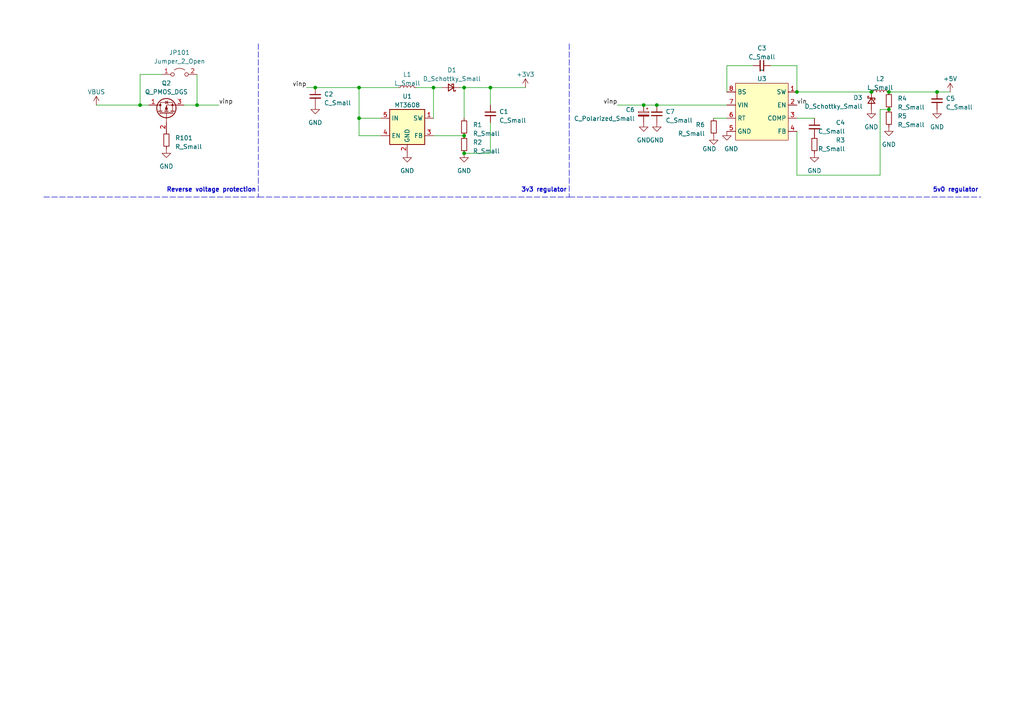
<source format=kicad_sch>
(kicad_sch (version 20230121) (generator eeschema)
  (paper "A4")
  (lib_symbols
    (symbol "Device:C_Polarized_Small" (pin_numbers hide) (pin_names (offset 0.254) hide)
      (property "Reference" "C" (at 0.254 1.778 0))
      (property "Value" "C_Polarized_Small" (at 0.254 -2.032 0))
      (symbol "C_Polarized_Small_0_1"
        (rectangle (start -1.524 -0.3048) (end 1.524 -0.6858) (fill (type outline)))
        (rectangle (start -1.524 0.6858) (end 1.524 0.3048))
        (polyline (pts (xy -1.27 1.524) (xy -0.762 1.524)))
        (polyline (pts (xy -1.016 1.27) (xy -1.016 1.778)))
      )
      (symbol "C_Polarized_Small_1_1"
        (pin passive line (at 0 2.54 270) (length 1.8542) (name "~") (number "1"))
        (pin passive line (at 0 -2.54 90) (length 1.8542) (name "~") (number "2"))
      )
    )
    (symbol "Device:C_Small" (pin_numbers hide) (pin_names (offset 0.254) hide)
      (property "Reference" "C" (at 0.254 1.778 0))
      (property "Value" "C_Small" (at 0.254 -2.032 0))
      (symbol "C_Small_0_1"
        (polyline (pts (xy -1.524 -0.508) (xy 1.524 -0.508)) (stroke (width 0.3302)))
        (polyline (pts (xy -1.524 0.508) (xy 1.524 0.508)) (stroke (width 0.3048)))
      )
      (symbol "C_Small_1_1"
        (pin passive line (at 0 2.54 270) (length 2.032) (name "~") (number "1"))
        (pin passive line (at 0 -2.54 90) (length 2.032) (name "~") (number "2"))
      )
    )
    (symbol "Device:D_Schottky_Small" (pin_numbers hide) (pin_names (offset 0.254) hide)
      (property "Reference" "D" (at -1.27 2.032 0))
      (property "Value" "D_Schottky_Small" (at -7.112 -2.032 0))
      (symbol "D_Schottky_Small_0_1"
        (polyline (pts (xy -0.762 0) (xy 0.762 0)))
        (polyline (pts (xy 0.762 -1.016) (xy -0.762 0) (xy 0.762 1.016) (xy 0.762 -1.016)) (stroke (width 0.254)))
        (polyline (pts (xy -1.27 0.762) (xy -1.27 1.016) (xy -0.762 1.016) (xy -0.762 -1.016) (xy -0.254 -1.016) (xy -0.254 -0.762)) (stroke (width 0.254)))
      )
      (symbol "D_Schottky_Small_1_1"
        (pin passive line (at -2.54 0 0) (length 1.778) (name "K") (number "1"))
        (pin passive line (at 2.54 0 180) (length 1.778) (name "A") (number "2"))
      )
    )
    (symbol "Device:L_Small" (pin_numbers hide) (pin_names (offset 0.254) hide)
      (property "Reference" "L" (at 0.762 1.016 0))
      (property "Value" "L_Small" (at 0.762 -1.016 0))
      (symbol "L_Small_0_1"
        (arc (start 0 -2.032) (mid 0.5058 -1.524) (end 0 -1.016))
        (arc (start 0 -1.016) (mid 0.5058 -0.508) (end 0 0))
        (arc (start 0 0) (mid 0.5058 0.508) (end 0 1.016))
        (arc (start 0 1.016) (mid 0.5058 1.524) (end 0 2.032))
      )
      (symbol "L_Small_1_1"
        (pin passive line (at 0 2.54 270) (length 0.508) (name "~") (number "1"))
        (pin passive line (at 0 -2.54 90) (length 0.508) (name "~") (number "2"))
      )
    )
    (symbol "Device:Q_PMOS_DGS" (pin_names (offset 0) hide)
      (property "Reference" "Q" (at 5.08 1.27 0))
      (property "Value" "Q_PMOS_DGS" (at 5.08 -1.27 0))
      (symbol "Q_PMOS_DGS_0_1"
        (polyline (pts (xy 0.254 0) (xy -2.54 0)))
        (polyline (pts (xy 0.254 1.905) (xy 0.254 -1.905)) (stroke (width 0.254)))
        (polyline (pts (xy 0.762 -1.27) (xy 0.762 -2.286)) (stroke (width 0.254)))
        (polyline (pts (xy 0.762 0.508) (xy 0.762 -0.508)) (stroke (width 0.254)))
        (polyline (pts (xy 0.762 2.286) (xy 0.762 1.27)) (stroke (width 0.254)))
        (polyline (pts (xy 2.54 2.54) (xy 2.54 1.778)))
        (polyline (pts (xy 2.54 -2.54) (xy 2.54 0) (xy 0.762 0)))
        (polyline (pts (xy 0.762 1.778) (xy 3.302 1.778) (xy 3.302 -1.778) (xy 0.762 -1.778)))
        (polyline (pts (xy 2.286 0) (xy 1.27 0.381) (xy 1.27 -0.381) (xy 2.286 0)) (fill (type outline)))
        (polyline (pts (xy 2.794 -0.508) (xy 2.921 -0.381) (xy 3.683 -0.381) (xy 3.81 -0.254)))
        (polyline (pts (xy 3.302 -0.381) (xy 2.921 0.254) (xy 3.683 0.254) (xy 3.302 -0.381)))
        (circle (center 1.651 0) (radius 2.794) (stroke (width 0.254)))
        (circle (center 2.54 -1.778) (radius 0.254) (fill (type outline)))
        (circle (center 2.54 1.778) (radius 0.254) (fill (type outline)))
      )
      (symbol "Q_PMOS_DGS_1_1"
        (pin passive line (at 2.54 5.08 270) (length 2.54) (name "D") (number "1"))
        (pin input line (at -5.08 0 0) (length 2.54) (name "G") (number "2"))
        (pin passive line (at 2.54 -5.08 90) (length 2.54) (name "S") (number "3"))
      )
    )
    (symbol "Device:R_Small" (pin_numbers hide) (pin_names (offset 0.254) hide)
      (property "Reference" "R" (at 0.762 0.508 0))
      (property "Value" "R_Small" (at 0.762 -1.016 0))
      (symbol "R_Small_0_1"
        (rectangle (start -0.762 1.778) (end 0.762 -1.778) (stroke (width 0.2032)))
      )
      (symbol "R_Small_1_1"
        (pin passive line (at 0 2.54 270) (length 0.762) (name "~") (number "1"))
        (pin passive line (at 0 -2.54 90) (length 0.762) (name "~") (number "2"))
      )
    )
    (symbol "Jumper:Jumper_2_Open" (pin_names (offset 0) hide)
      (property "Reference" "JP" (at 0 2.794 0))
      (property "Value" "Jumper_2_Open" (at 0 -2.286 0))
      (symbol "Jumper_2_Open_0_0"
        (circle (center -2.032 0) (radius 0.508))
        (circle (center 2.032 0) (radius 0.508))
      )
      (symbol "Jumper_2_Open_0_1"
        (arc (start 1.524 1.27) (mid 0 1.778) (end -1.524 1.27))
      )
      (symbol "Jumper_2_Open_1_1"
        (pin passive line (at -5.08 0 0) (length 2.54) (name "A") (number "1"))
        (pin passive line (at 5.08 0 180) (length 2.54) (name "B") (number "2"))
      )
    )
    (symbol "Regulator_Switching:MT3608"
      (property "Reference" "U" (at -2.54 8.89 0))
      (property "Value" "MT3608" (at -3.81 6.35 0))
      (symbol "MT3608_0_1"
        (rectangle (start -5.08 5.08) (end 5.08 -5.08) (stroke (width 0.254)) (fill (type background)))
      )
      (symbol "MT3608_1_1"
        (pin passive line (at 7.62 2.54 180) (length 2.54) (name "SW") (number "1"))
        (pin power_in line (at 0 -7.62 90) (length 2.54) (name "GND") (number "2"))
        (pin input line (at 7.62 -2.54 180) (length 2.54) (name "FB") (number "3"))
        (pin input line (at -7.62 -2.54 0) (length 2.54) (name "EN") (number "4"))
        (pin power_in line (at -7.62 2.54 0) (length 2.54) (name "IN") (number "5"))
        (pin no_connect line (at 5.08 0 180) (length 2.54) hide (name "NC") (number "6"))
      )
    )
    (symbol "fp6151_1"
      (property "Reference" "U" (at 0 0 0))
      (symbol "fp6151_1_1_1"
        (rectangle (start -7.62 -3.81) (end 7.62 -20.32) (fill (type background)))
        (pin output line (at -10.16 -6.35 0) (length 2.54) (name "SW") (number "1"))
        (pin input line (at -10.16 -10.16 0) (length 2.54) (name "EN") (number "2"))
        (pin input line (at -10.16 -13.97 0) (length 2.54) (name "COMP") (number "3"))
        (pin input line (at -10.16 -17.78 0) (length 2.54) (name "FB") (number "4"))
        (pin input line (at 10.16 -17.78 180) (length 2.54) (name "GND") (number "5"))
        (pin input line (at 10.16 -13.97 180) (length 2.54) (name "RT") (number "6"))
        (pin input line (at 10.16 -10.16 180) (length 2.54) (name "VIN") (number "7"))
        (pin input line (at 10.16 -6.35 180) (length 2.54) (name "BS") (number "8"))
      )
    )
    (symbol "power:+3V3" (power) (pin_names (offset 0))
      (property "Value" "+3V3" (at 0 3.556 0))
      (symbol "+3V3_0_1"
        (polyline (pts (xy -0.762 1.27) (xy 0 2.54)))
        (polyline (pts (xy 0 0) (xy 0 2.54)))
        (polyline (pts (xy 0 2.54) (xy 0.762 1.27)))
      )
      (symbol "+3V3_1_1"
        (pin power_in line (at 0 0 90) (length 0) hide (name "+3V3") (number "1"))
      )
    )
    (symbol "power:+5V" (power) (pin_names (offset 0))
      (property "Value" "+5V" (at 0 3.556 0))
      (symbol "+5V_0_1"
        (polyline (pts (xy -0.762 1.27) (xy 0 2.54)))
        (polyline (pts (xy 0 0) (xy 0 2.54)))
        (polyline (pts (xy 0 2.54) (xy 0.762 1.27)))
      )
      (symbol "+5V_1_1"
        (pin power_in line (at 0 0 90) (length 0) hide (name "+5V") (number "1"))
      )
    )
    (symbol "power:GND" (power) (pin_names (offset 0))
      (property "Value" "GND" (at 0 -3.81 0))
      (symbol "GND_0_1"
        (polyline (pts (xy 0 0) (xy 0 -1.27) (xy 1.27 -1.27) (xy 0 -2.54) (xy -1.27 -1.27) (xy 0 -1.27)))
      )
      (symbol "GND_1_1"
        (pin power_in line (at 0 0 270) (length 0) hide (name "GND") (number "1"))
      )
    )
    (symbol "power:VBUS" (power) (pin_names (offset 0))
      (property "Value" "VBUS" (at 0 3.81 0))
      (symbol "VBUS_0_1"
        (polyline (pts (xy -0.762 1.27) (xy 0 2.54)))
        (polyline (pts (xy 0 0) (xy 0 2.54)))
        (polyline (pts (xy 0 2.54) (xy 0.762 1.27)))
      )
      (symbol "VBUS_1_1"
        (pin power_in line (at 0 0 90) (length 0) hide (name "VBUS") (number "1"))
      )
    )
  )
  (junction (at 134.62 25.4))
  (junction (at 271.78 26.67))
  (junction (at 252.73 26.67))
  (junction (at 190.5 30.48))
  (junction (at 104.14 34.29))
  (junction (at 104.14 25.4))
  (junction (at 257.81 31.75))
  (junction (at 91.44 25.4))
  (junction (at 57.15 30.48))
  (junction (at 40.64 30.48))
  (junction (at 186.69 30.48))
  (junction (at 134.62 44.45))
  (junction (at 134.62 39.37))
  (junction (at 142.24 25.4))
  (junction (at 125.73 25.4))
  (junction (at 257.81 26.67))
  (junction (at 231.14 26.67))
  (wire (pts (xy 231.14 50.8) (xy 231.14 38.1)))
  (wire (pts (xy 142.24 44.45) (xy 134.62 44.45)))
  (wire (pts (xy 142.24 25.4) (xy 152.4 25.4)))
  (wire (pts (xy 275.59 26.67) (xy 271.78 26.67)))
  (wire (pts (xy 210.82 26.67) (xy 210.82 19.05)))
  (wire (pts (xy 53.34 30.48) (xy 57.15 30.48)))
  (wire (pts (xy 40.64 21.59) (xy 40.64 30.48)))
  (wire (pts (xy 271.78 26.67) (xy 257.81 26.67)))
  (wire (pts (xy 133.35 25.4) (xy 134.62 25.4)))
  (wire (pts (xy 223.52 19.05) (xy 231.14 19.05)))
  (wire (pts (xy 231.14 19.05) (xy 231.14 26.67)))
  (wire (pts (xy 252.73 26.67) (xy 231.14 26.67)))
  (wire (pts (xy 255.27 31.75) (xy 255.27 50.8)))
  (polyline (pts (xy 165.1 57.15) (xy 284.48 57.15)) (stroke (width 0) (type dash)))
  (wire (pts (xy 125.73 39.37) (xy 134.62 39.37)))
  (polyline (pts (xy 165.1 12.7) (xy 165.1 57.15)) (stroke (width 0) (type dash)))
  (wire (pts (xy 91.44 25.4) (xy 104.14 25.4)))
  (wire (pts (xy 110.49 34.29) (xy 104.14 34.29)))
  (wire (pts (xy 125.73 25.4) (xy 128.27 25.4)))
  (wire (pts (xy 104.14 39.37) (xy 104.14 34.29)))
  (wire (pts (xy 57.15 30.48) (xy 63.5 30.48)))
  (wire (pts (xy 40.64 30.48) (xy 43.18 30.48)))
  (wire (pts (xy 88.9 25.4) (xy 91.44 25.4)))
  (wire (pts (xy 210.82 34.29) (xy 207.01 34.29)))
  (polyline (pts (xy 74.93 57.15) (xy 165.1 57.15)) (stroke (width 0) (type dash)))
  (wire (pts (xy 57.15 21.59) (xy 57.15 30.48)))
  (wire (pts (xy 255.27 50.8) (xy 231.14 50.8)))
  (wire (pts (xy 210.82 19.05) (xy 218.44 19.05)))
  (wire (pts (xy 142.24 30.48) (xy 142.24 25.4)))
  (wire (pts (xy 190.5 30.48) (xy 186.69 30.48)))
  (polyline (pts (xy 12.7 57.15) (xy 74.93 57.15)) (stroke (width 0) (type dash)))
  (wire (pts (xy 46.99 21.59) (xy 40.64 21.59)))
  (wire (pts (xy 104.14 25.4) (xy 115.57 25.4)))
  (wire (pts (xy 186.69 30.48) (xy 179.07 30.48)))
  (wire (pts (xy 120.65 25.4) (xy 125.73 25.4)))
  (wire (pts (xy 27.94 30.48) (xy 40.64 30.48)))
  (wire (pts (xy 142.24 25.4) (xy 134.62 25.4)))
  (wire (pts (xy 104.14 34.29) (xy 104.14 25.4)))
  (wire (pts (xy 142.24 35.56) (xy 142.24 44.45)))
  (wire (pts (xy 257.81 31.75) (xy 255.27 31.75)))
  (wire (pts (xy 110.49 39.37) (xy 104.14 39.37)))
  (polyline (pts (xy 74.93 12.7) (xy 74.93 57.15)) (stroke (width 0) (type dash)))
  (wire (pts (xy 236.22 34.29) (xy 231.14 34.29)))
  (wire (pts (xy 125.73 25.4) (xy 125.73 34.29)))
  (wire (pts (xy 134.62 25.4) (xy 134.62 34.29)))
  (wire (pts (xy 210.82 30.48) (xy 190.5 30.48)))
  (text "5v0 regulator" (at 270.51 55.88 0) (effects (font (size 1.27 1.27) (thickness 0.254) bold) (justify left bottom)))
  (text "3v3 regulator" (at 151.13 55.88 0) (effects (font (size 1.27 1.27) (thickness 0.254) bold) (justify left bottom)))
  (text "Reverse voltage protection" (at 48.26 55.88 0) (effects (font (size 1.27 1.27) (thickness 0.254) bold) (justify left bottom)))
  (label "vin" (at 231.14 30.48 0))
  (label "vinp" (at 88.9 25.4 180))
  (label "vinp" (at 179.07 30.48 180))
  (label "vinp" (at 63.5 30.48 0))
  (symbol (lib_id "power:GND") (at 186.69 35.56 0) (mirror y) (unit 1)
    (property "Reference" "#PWR013" (effects hide))
    (property "Value" "GND" (at 186.69 40.64 0))
  )
  (symbol (lib_id "Device:L_Small") (at 255.27 26.67 270) (mirror x) (unit 1)
    (property "Reference" "L2" (at 255.27 22.86 90))
    (property "Value" "L_Small" (at 255.27 25.4 90))
  )
  (symbol (lib_id "power:GND") (at 48.26 43.18 0) (unit 1)
    (property "Reference" "#PWR0102" (effects hide))
    (property "Value" "GND" (at 48.26 48.26 0))
    (instances (project "valentine" (path "" (reference "#PWR0102") (unit 1))) (project "zenith" (path "" (reference "#PWR015") (unit 1))))
  )
  (symbol (lib_name "fp6151_1") (lib_id "zenith:fp6151") (at 220.98 20.32 0) (mirror y) (unit 1)
    (property "Reference" "U3" (at 220.98 22.86 0))
    (property "Value" "~" (at 220.98 20.32 0))
    (property "Datasheet" "https://datasheet.lcsc.com/lcsc/1808300031_Advanced-Analog-Technology-FP6151XR-G1_C114310.pdf" (effects hide))
  )
  (symbol (lib_id "power:GND") (at 210.82 38.1 0) (mirror y) (unit 1)
    (property "Reference" "#PWR010" (effects hide))
    (property "Value" "GND" (at 212.09 43.18 0))
  )
  (symbol (lib_id "Device:R_Small") (at 134.62 36.83 0) (unit 1)
    (property "Reference" "R1" (at 137.16 36.195 0) (effects (justify left)))
    (property "Value" "R_Small" (at 137.16 38.735 0) (effects (justify left)))
  )
  (symbol (lib_id "power:+3V3") (at 152.4 25.4 0) (unit 1)
    (property "Reference" "#PWR04" (effects hide))
    (property "Value" "+3V3" (at 152.4 21.59 0))
  )
  (symbol (lib_id "Device:C_Small") (at 271.78 29.21 180) (unit 1)
    (property "Reference" "C5" (at 274.32 28.5686 0) (effects (justify right)))
    (property "Value" "C_Small" (at 274.32 31.1086 0) (effects (justify right)))
  )
  (symbol (lib_id "power:GND") (at 91.44 30.48 0) (unit 1)
    (property "Reference" "#PWR03" (effects hide))
    (property "Value" "GND" (at 91.44 35.56 0))
  )
  (symbol (lib_id "Device:D_Schottky_Small") (at 130.81 25.4 180) (unit 1)
    (property "Reference" "D1" (at 131.064 20.32 0))
    (property "Value" "D_Schottky_Small" (at 131.064 22.86 0))
  )
  (symbol (lib_id "power:+5V") (at 275.59 26.67 0) (mirror y) (unit 1)
    (property "Reference" "#PWR09" (effects hide))
    (property "Value" "+5V" (at 275.59 22.86 0))
  )
  (symbol (lib_id "Device:C_Polarized_Small") (at 186.69 33.02 0) (mirror y) (unit 1)
    (property "Reference" "C6" (at 184.15 31.8389 0) (effects (justify left)))
    (property "Value" "C_Polarized_Small" (at 184.15 34.3789 0) (effects (justify left)))
  )
  (symbol (lib_id "power:VBUS") (at 27.94 30.48 0) (unit 1)
    (property "Reference" "#PWR014" (effects hide))
    (property "Value" "VBUS" (at 27.94 26.67 0))
  )
  (symbol (lib_id "Device:C_Small") (at 91.44 27.94 0) (unit 1)
    (property "Reference" "C2" (at 93.98 27.3113 0) (effects (justify left)))
    (property "Value" "C_Small" (at 93.98 29.8513 0) (effects (justify left)))
  )
  (symbol (lib_id "Device:C_Small") (at 142.24 33.02 0) (unit 1)
    (property "Reference" "C1" (at 144.78 32.3913 0) (effects (justify left)))
    (property "Value" "C_Small" (at 144.78 34.9313 0) (effects (justify left)))
  )
  (symbol (lib_id "Device:L_Small") (at 118.11 25.4 90) (unit 1)
    (property "Reference" "L1" (at 118.11 21.59 90))
    (property "Value" "L_Small" (at 118.11 24.13 90))
  )
  (symbol (lib_id "Device:D_Schottky_Small") (at 252.73 29.21 90) (mirror x) (unit 1)
    (property "Reference" "D3" (at 250.19 28.321 90) (effects (justify left)))
    (property "Value" "D_Schottky_Small" (at 250.19 30.861 90) (effects (justify left)))
  )
  (symbol (lib_id "power:GND") (at 118.11 44.45 0) (unit 1)
    (property "Reference" "#PWR01" (effects hide))
    (property "Value" "GND" (at 118.11 49.53 0))
  )
  (symbol (lib_id "power:GND") (at 257.81 36.83 0) (mirror y) (unit 1)
    (property "Reference" "#PWR07" (effects hide))
    (property "Value" "GND" (at 257.81 41.91 0))
  )
  (symbol (lib_id "Device:R_Small") (at 257.81 29.21 0) (unit 1)
    (property "Reference" "R4" (at 260.35 28.575 0) (effects (justify left)))
    (property "Value" "R_Small" (at 260.35 31.115 0) (effects (justify left)))
  )
  (symbol (lib_id "Device:C_Small") (at 190.5 33.02 180) (unit 1)
    (property "Reference" "C7" (at 193.04 32.3786 0) (effects (justify right)))
    (property "Value" "C_Small" (at 193.04 34.9186 0) (effects (justify right)))
  )
  (symbol (lib_id "Regulator_Switching:MT3608") (at 118.11 36.83 0) (unit 1)
    (property "Reference" "U1" (at 118.11 27.94 0))
    (property "Value" "MT3608" (at 118.11 30.48 0))
    (property "Footprint" "Package_TO_SOT_SMD:SOT-23-6" (effects hide))
    (property "Datasheet" "https://www.olimex.com/Products/Breadboarding/BB-PWR-3608/resources/MT3608.pdf" (effects hide))
  )
  (symbol (lib_id "power:GND") (at 207.01 39.37 0) (mirror y) (unit 1)
    (property "Reference" "#PWR011" (effects hide))
    (property "Value" "GND" (at 205.74 43.18 0))
  )
  (symbol (lib_id "Device:R_Small") (at 236.22 41.91 0) (mirror y) (unit 1)
    (property "Reference" "R3" (at 245.11 40.64 0) (effects (justify left)))
    (property "Value" "R_Small" (at 245.11 43.18 0) (effects (justify left)))
  )
  (symbol (lib_id "power:GND") (at 236.22 44.45 0) (mirror y) (unit 1)
    (property "Reference" "#PWR05" (effects hide))
    (property "Value" "GND" (at 236.22 49.53 0))
  )
  (symbol (lib_id "Jumper:Jumper_2_Open") (at 52.07 21.59 0) (unit 1)
    (property "Reference" "JP101" (at 52.07 15.24 0))
    (property "Value" "Jumper_2_Open" (at 52.07 17.78 0))
    (property "Footprint" "Jumper:SolderJumper-2_P1.3mm_Open_TrianglePad1.0x1.5mm" (effects hide))
    (instances (project "valentine" (path "" (reference "JP101") (unit 1))) (project "zenith" (path "" (reference "JP1") (unit 1))))
  )
  (symbol (lib_id "Device:C_Small") (at 236.22 36.83 0) (mirror y) (unit 1)
    (property "Reference" "C4" (at 245.11 35.56 0) (effects (justify left)))
    (property "Value" "C_Small" (at 245.11 38.1 0) (effects (justify left)))
  )
  (symbol (lib_id "power:GND") (at 252.73 31.75 0) (mirror y) (unit 1)
    (property "Reference" "#PWR06" (effects hide))
    (property "Value" "GND" (at 252.73 36.83 0))
  )
  (symbol (lib_id "Device:R_Small") (at 257.81 34.29 0) (unit 1)
    (property "Reference" "R5" (at 260.35 33.655 0) (effects (justify left)))
    (property "Value" "R_Small" (at 260.35 36.195 0) (effects (justify left)))
  )
  (symbol (lib_id "power:GND") (at 271.78 31.75 0) (mirror y) (unit 1)
    (property "Reference" "#PWR08" (effects hide))
    (property "Value" "GND" (at 271.78 36.83 0))
  )
  (symbol (lib_id "power:GND") (at 134.62 44.45 0) (unit 1)
    (property "Reference" "#PWR02" (effects hide))
    (property "Value" "GND" (at 134.62 49.53 0))
  )
  (symbol (lib_id "Device:C_Small") (at 220.98 19.05 270) (mirror x) (unit 1)
    (property "Reference" "C3" (at 220.9737 13.97 90))
    (property "Value" "C_Small" (at 220.9737 16.51 90))
  )
  (symbol (lib_id "Device:R_Small") (at 134.62 41.91 0) (unit 1)
    (property "Reference" "R2" (at 137.16 41.275 0) (effects (justify left)))
    (property "Value" "R_Small" (at 137.16 43.815 0) (effects (justify left)))
  )
  (symbol (lib_id "power:GND") (at 190.5 35.56 0) (mirror y) (unit 1)
    (property "Reference" "#PWR012" (effects hide))
    (property "Value" "GND" (at 190.5 40.64 0))
  )
  (symbol (lib_id "Device:R_Small") (at 207.01 36.83 0) (mirror y) (unit 1)
    (property "Reference" "R6" (at 204.47 36.195 0) (effects (justify left)))
    (property "Value" "R_Small" (at 204.47 38.735 0) (effects (justify left)))
  )
  (symbol (lib_id "Device:Q_PMOS_DGS") (at 48.26 33.02 90) (unit 1)
    (property "Reference" "Q2" (at 48.26 24.13 90))
    (property "Value" "Q_PMOS_DGS" (at 48.26 26.67 90))
  )
  (symbol (lib_id "Device:R_Small") (at 48.26 40.64 0) (unit 1)
    (property "Reference" "R101" (at 50.8 40.005 0) (effects (justify left)))
    (property "Value" "R_Small" (at 50.8 42.545 0) (effects (justify left)))
    (property "Footprint" "Resistor_SMD:R_0603_1608Metric" (effects hide))
    (instances (project "valentine" (path "" (reference "R101") (unit 1))) (project "zenith" (path "" (reference "R7") (unit 1))))
  )
)
</source>
